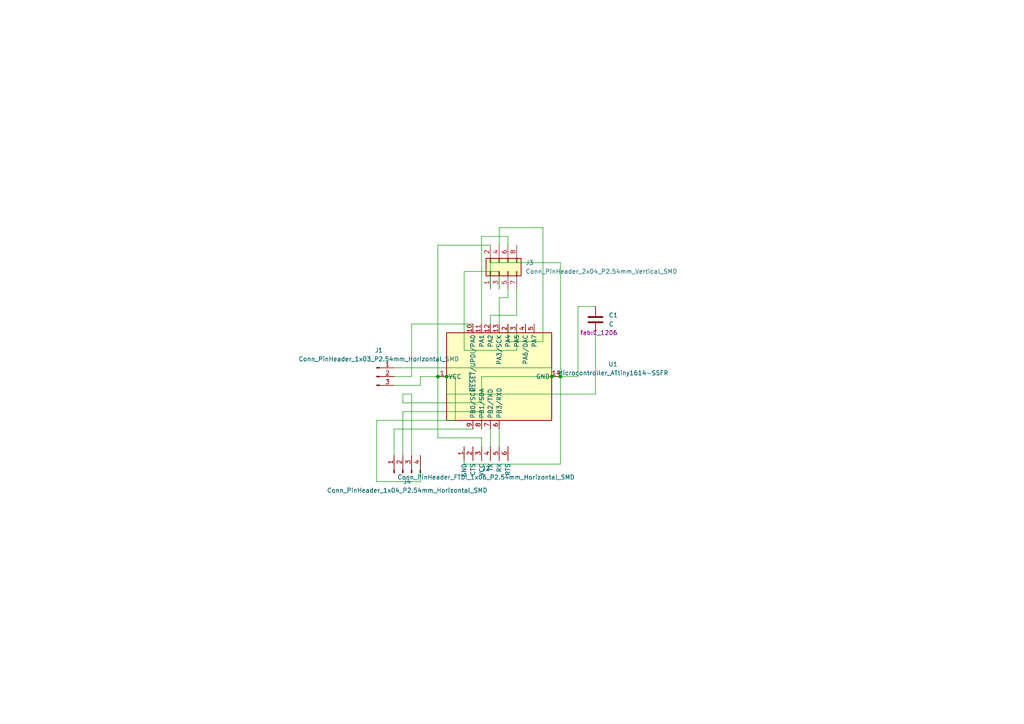
<source format=kicad_sch>
(kicad_sch (version 20211123) (generator eeschema)
  (paper "A4")
  (lib_symbols
    (symbol "Device:C" (pin_numbers hide) (pin_names (offset 0.254))
      (property "Reference" "C" (at 0.635 2.54 0))
      (property "Value" "C" (at 0.635 -2.54 0))
      (symbol "C_0_1"
        (polyline (pts (xy -2.032 -0.762) (xy 2.032 -0.762)) (stroke (width 0.508)))
        (polyline (pts (xy -2.032 0.762) (xy 2.032 0.762)) (stroke (width 0.508)))
      )
      (symbol "C_1_1"
        (pin passive line (at 0 3.81 270) (length 2.794) (name "~") (number "1"))
        (pin passive line (at 0 -3.81 90) (length 2.794) (name "~") (number "2"))
      )
    )
    (symbol "fab:Conn_PinHeader_1x03_P2.54mm_Horizontal_SMD" (pin_names (offset 1.016) hide)
      (property "Reference" "J" (at 0 5.08 0))
      (property "Value" "Conn_PinHeader_1x03_P2.54mm_Horizontal_SMD" (at 0 -5.08 0))
      (symbol "Conn_PinHeader_1x03_P2.54mm_Horizontal_SMD_1_1"
        (polyline (pts (xy 1.27 -2.54) (xy 0.8636 -2.54)) (stroke (width 0.1524)))
        (polyline (pts (xy 1.27 0) (xy 0.8636 0)) (stroke (width 0.1524)))
        (polyline (pts (xy 1.27 2.54) (xy 0.8636 2.54)) (stroke (width 0.1524)))
        (rectangle (start 0.8636 -2.413) (end 0 -2.667) (stroke (width 0.1524)) (fill (type outline)))
        (rectangle (start 0.8636 0.127) (end 0 -0.127) (stroke (width 0.1524)) (fill (type outline)))
        (rectangle (start 0.8636 2.667) (end 0 2.413) (stroke (width 0.1524)) (fill (type outline)))
        (pin passive line (at 5.08 2.54 180) (length 3.81) (name "Pin_1") (number "1"))
        (pin passive line (at 5.08 0 180) (length 3.81) (name "Pin_2") (number "2"))
        (pin passive line (at 5.08 -2.54 180) (length 3.81) (name "Pin_3") (number "3"))
      )
    )
    (symbol "fab:Conn_PinHeader_1x04_P2.54mm_Horizontal_SMD" (pin_names (offset 1.016) hide)
      (property "Reference" "J" (at 0 5.08 0))
      (property "Value" "Conn_PinHeader_1x04_P2.54mm_Horizontal_SMD" (at 0 -7.62 0))
      (symbol "Conn_PinHeader_1x04_P2.54mm_Horizontal_SMD_1_1"
        (polyline (pts (xy 1.27 -5.08) (xy 0.8636 -5.08)) (stroke (width 0.1524)))
        (polyline (pts (xy 1.27 -2.54) (xy 0.8636 -2.54)) (stroke (width 0.1524)))
        (polyline (pts (xy 1.27 0) (xy 0.8636 0)) (stroke (width 0.1524)))
        (polyline (pts (xy 1.27 2.54) (xy 0.8636 2.54)) (stroke (width 0.1524)))
        (rectangle (start 0.8636 -4.953) (end 0 -5.207) (stroke (width 0.1524)) (fill (type outline)))
        (rectangle (start 0.8636 -2.413) (end 0 -2.667) (stroke (width 0.1524)) (fill (type outline)))
        (rectangle (start 0.8636 0.127) (end 0 -0.127) (stroke (width 0.1524)) (fill (type outline)))
        (rectangle (start 0.8636 2.667) (end 0 2.413) (stroke (width 0.1524)) (fill (type outline)))
        (pin passive line (at 5.08 2.54 180) (length 3.81) (name "Pin_1") (number "1"))
        (pin passive line (at 5.08 0 180) (length 3.81) (name "Pin_2") (number "2"))
        (pin passive line (at 5.08 -2.54 180) (length 3.81) (name "Pin_3") (number "3"))
        (pin passive line (at 5.08 -5.08 180) (length 3.81) (name "Pin_4") (number "4"))
      )
    )
    (symbol "fab:Conn_PinHeader_2x04_P2.54mm_Vertical_SMD" (pin_names (offset 1.016) hide)
      (property "Reference" "J" (at 1.27 5.08 0))
      (property "Value" "Conn_PinHeader_2x04_P2.54mm_Vertical_SMD" (at 1.27 -7.62 0))
      (symbol "Conn_PinHeader_2x04_P2.54mm_Vertical_SMD_1_1"
        (rectangle (start -1.27 -4.953) (end 0 -5.207) (stroke (width 0.1524)))
        (rectangle (start -1.27 -2.413) (end 0 -2.667) (stroke (width 0.1524)))
        (rectangle (start -1.27 0.127) (end 0 -0.127) (stroke (width 0.1524)))
        (rectangle (start -1.27 2.667) (end 0 2.413) (stroke (width 0.1524)))
        (rectangle (start -1.27 3.81) (end 3.81 -6.35) (stroke (width 0.254)) (fill (type background)))
        (rectangle (start 3.81 -4.953) (end 2.54 -5.207) (stroke (width 0.1524)))
        (rectangle (start 3.81 -2.413) (end 2.54 -2.667) (stroke (width 0.1524)))
        (rectangle (start 3.81 0.127) (end 2.54 -0.127) (stroke (width 0.1524)))
        (rectangle (start 3.81 2.667) (end 2.54 2.413) (stroke (width 0.1524)))
        (pin passive line (at -5.08 2.54 0) (length 3.81) (name "Pin_1") (number "1"))
        (pin passive line (at 7.62 2.54 180) (length 3.81) (name "Pin_2") (number "2"))
        (pin passive line (at -5.08 0 0) (length 3.81) (name "Pin_3") (number "3"))
        (pin passive line (at 7.62 0 180) (length 3.81) (name "Pin_4") (number "4"))
        (pin passive line (at -5.08 -2.54 0) (length 3.81) (name "Pin_5") (number "5"))
        (pin passive line (at 7.62 -2.54 180) (length 3.81) (name "Pin_6") (number "6"))
        (pin passive line (at -5.08 -5.08 0) (length 3.81) (name "Pin_7") (number "7"))
        (pin passive line (at 7.62 -5.08 180) (length 3.81) (name "Pin_8") (number "8"))
      )
    )
    (symbol "fab:Conn_PinHeader_FTDI_1x06_P2.54mm_Horizontal_SMD" (pin_names (offset 1.016))
      (property "Reference" "J" (at 0 7.62 0))
      (property "Value" "Conn_PinHeader_FTDI_1x06_P2.54mm_Horizontal_SMD" (at 0 -10.16 0))
      (symbol "Conn_PinHeader_FTDI_1x06_P2.54mm_Horizontal_SMD_1_1"
        (polyline (pts (xy 1.27 -7.62) (xy 0.8636 -7.62)) (stroke (width 0.1524)))
        (polyline (pts (xy 1.27 -5.08) (xy 0.8636 -5.08)) (stroke (width 0.1524)))
        (polyline (pts (xy 1.27 -2.54) (xy 0.8636 -2.54)) (stroke (width 0.1524)))
        (polyline (pts (xy 1.27 0) (xy 0.8636 0)) (stroke (width 0.1524)))
        (polyline (pts (xy 1.27 2.54) (xy 0.8636 2.54)) (stroke (width 0.1524)))
        (polyline (pts (xy 1.27 5.08) (xy 0.8636 5.08)) (stroke (width 0.1524)))
        (pin passive line (at 5.08 5.08 180) (length 3.81) (name "GND") (number "1"))
        (pin passive line (at 5.08 2.54 180) (length 3.81) (name "CTS") (number "2"))
        (pin passive line (at 5.08 0 180) (length 3.81) (name "VCC") (number "3"))
        (pin passive line (at 5.08 -2.54 180) (length 3.81) (name "TX") (number "4"))
        (pin passive line (at 5.08 -5.08 180) (length 3.81) (name "RX") (number "5"))
        (pin passive line (at 5.08 -7.62 180) (length 3.81) (name "RTS") (number "6"))
      )
    )
    (symbol "fab:Microcontroller_ATtiny1614-SSFR"
      (property "Reference" "U" (at -12.7 17.78 0))
      (property "Value" "Microcontroller_ATtiny1614-SSFR" (at 7.62 17.78 0))
      (symbol "Microcontroller_ATtiny1614-SSFR_0_1"
        (rectangle (start -12.7 -15.24) (end 12.7 15.24) (stroke (width 0.254)) (fill (type background)))
      )
      (symbol "Microcontroller_ATtiny1614-SSFR_1_1"
        (pin power_in line (at 0 17.78 270) (length 2.54) (name "VCC") (number "1"))
        (pin bidirectional line (at 15.24 7.62 180) (length 2.54) (name "~{RESET}/UPDI/PA0") (number "10"))
        (pin bidirectional line (at 15.24 5.08 180) (length 2.54) (name "PA1") (number "11"))
        (pin bidirectional line (at 15.24 2.54 180) (length 2.54) (name "PA2") (number "12"))
        (pin bidirectional line (at 15.24 0 180) (length 2.54) (name "PA3/SCK") (number "13"))
        (pin power_in line (at 0 -17.78 90) (length 2.54) (name "GND") (number "14"))
        (pin bidirectional line (at 15.24 -2.54 180) (length 2.54) (name "PA4") (number "2"))
        (pin bidirectional line (at 15.24 -5.08 180) (length 2.54) (name "PA5") (number "3"))
        (pin bidirectional line (at 15.24 -7.62 180) (length 2.54) (name "PA6/DAC") (number "4"))
        (pin bidirectional line (at 15.24 -10.16 180) (length 2.54) (name "PA7") (number "5"))
        (pin bidirectional line (at -15.24 0 0) (length 2.54) (name "PB3/RXD") (number "6"))
        (pin bidirectional line (at -15.24 2.54 0) (length 2.54) (name "PB2/TXD") (number "7"))
        (pin bidirectional line (at -15.24 5.08 0) (length 2.54) (name "PB1/SDA") (number "8"))
        (pin bidirectional line (at -15.24 7.62 0) (length 2.54) (name "PB0/SCL") (number "9"))
      )
    )
  )
  (junction (at 160.02 109.22))
  (junction (at 129.54 109.22))
  (junction (at 127 109.22))
  (junction (at 162.56 109.22))
  (wire (pts (xy 114.3 124.46) (xy 137.16 124.46)))
  (wire (pts (xy 119.38 114.3) (xy 119.38 132.08)))
  (wire (pts (xy 160.02 109.22) (xy 160.02 106.68)))
  (wire (pts (xy 149.86 101.6) (xy 134.62 101.6)))
  (wire (pts (xy 167.64 109.22) (xy 167.64 88.9)))
  (wire (pts (xy 139.7 109.22) (xy 139.7 116.84)))
  (wire (pts (xy 109.22 139.7) (xy 121.92 139.7)))
  (wire (pts (xy 162.56 109.22) (xy 160.02 109.22)))
  (wire (pts (xy 129.54 109.22) (xy 132.08 109.22)))
  (wire (pts (xy 134.62 134.62) (xy 134.62 129.54)))
  (wire (pts (xy 127 71.12) (xy 142.24 71.12)))
  (wire (pts (xy 127 109.22) (xy 121.92 109.22)))
  (wire (pts (xy 121.92 111.76) (xy 114.3 111.76)))
  (wire (pts (xy 147.32 68.58) (xy 147.32 71.12)))
  (wire (pts (xy 142.24 76.2) (xy 142.24 83.82)))
  (wire (pts (xy 162.56 109.22) (xy 167.64 109.22)))
  (wire (pts (xy 116.84 116.84) (xy 116.84 114.3)))
  (wire (pts (xy 160.02 109.22) (xy 139.7 109.22)))
  (wire (pts (xy 142.24 124.46) (xy 142.24 129.54)))
  (wire (pts (xy 134.62 101.6) (xy 134.62 78.74)))
  (wire (pts (xy 162.56 76.2) (xy 162.56 109.22)))
  (wire (pts (xy 127 109.22) (xy 127 71.12)))
  (wire (pts (xy 162.56 76.2) (xy 142.24 76.2)))
  (wire (pts (xy 114.3 106.68) (xy 160.02 106.68)))
  (wire (pts (xy 137.16 93.98) (xy 119.38 93.98)))
  (wire (pts (xy 144.78 78.74) (xy 144.78 83.82)))
  (wire (pts (xy 119.38 93.98) (xy 119.38 109.22)))
  (wire (pts (xy 142.24 91.44) (xy 149.86 91.44)))
  (wire (pts (xy 116.84 119.38) (xy 139.7 119.38)))
  (wire (pts (xy 144.78 124.46) (xy 144.78 129.54)))
  (wire (pts (xy 116.84 114.3) (xy 119.38 114.3)))
  (wire (pts (xy 132.08 109.22) (xy 132.08 121.92)))
  (wire (pts (xy 149.86 83.82) (xy 149.86 91.44)))
  (wire (pts (xy 162.56 134.62) (xy 134.62 134.62)))
  (wire (pts (xy 172.72 96.52) (xy 172.72 114.3)))
  (wire (pts (xy 129.54 109.22) (xy 129.54 114.3)))
  (wire (pts (xy 139.7 124.46) (xy 139.7 119.38)))
  (wire (pts (xy 127 127) (xy 139.7 127)))
  (wire (pts (xy 119.38 109.22) (xy 114.3 109.22)))
  (wire (pts (xy 109.22 121.92) (xy 109.22 139.7)))
  (wire (pts (xy 139.7 93.98) (xy 139.7 68.58)))
  (wire (pts (xy 144.78 86.36) (xy 144.78 93.98)))
  (wire (pts (xy 114.3 124.46) (xy 114.3 132.08)))
  (wire (pts (xy 147.32 93.98) (xy 147.32 99.06)))
  (wire (pts (xy 127 109.22) (xy 129.54 109.22)))
  (wire (pts (xy 139.7 68.58) (xy 147.32 68.58)))
  (wire (pts (xy 127 109.22) (xy 127 127)))
  (wire (pts (xy 142.24 93.98) (xy 142.24 91.44)))
  (wire (pts (xy 147.32 99.06) (xy 157.48 99.06)))
  (wire (pts (xy 139.7 127) (xy 139.7 129.54)))
  (wire (pts (xy 134.62 78.74) (xy 144.78 78.74)))
  (wire (pts (xy 144.78 86.36) (xy 147.32 86.36)))
  (wire (pts (xy 144.78 66.04) (xy 144.78 71.12)))
  (wire (pts (xy 109.22 121.92) (xy 132.08 121.92)))
  (wire (pts (xy 147.32 83.82) (xy 147.32 86.36)))
  (wire (pts (xy 129.54 114.3) (xy 172.72 114.3)))
  (wire (pts (xy 139.7 116.84) (xy 116.84 116.84)))
  (wire (pts (xy 116.84 119.38) (xy 116.84 132.08)))
  (wire (pts (xy 157.48 66.04) (xy 144.78 66.04)))
  (wire (pts (xy 121.92 109.22) (xy 121.92 111.76)))
  (wire (pts (xy 167.64 88.9) (xy 172.72 88.9)))
  (wire (pts (xy 121.92 139.7) (xy 121.92 132.08)))
  (wire (pts (xy 149.86 93.98) (xy 149.86 101.6)))
  (wire (pts (xy 157.48 99.06) (xy 157.48 66.04)))
  (wire (pts (xy 162.56 109.22) (xy 162.56 134.62)))
  (symbol (lib_id "Device:C") (at 172.72 92.71 0) (unit 1)
    (property "Reference" "C1" (at 176.53 91.4399 0) (effects (justify left)))
    (property "Value" "C" (at 176.53 93.9799 0) (effects (justify left)))
    (property "Footprint" "fab:C_1206" (at 173.6852 96.52 0))
  )
  (symbol (lib_id "fab:Conn_PinHeader_1x03_P2.54mm_Horizontal_SMD") (at 109.22 109.22 0) (unit 1)
    (property "Reference" "J1" (at 109.855 101.6 0))
    (property "Value" "Conn_PinHeader_1x03_P2.54mm_Horizontal_SMD" (at 109.855 104.14 0))
    (property "Footprint" "fab:PinHeader_1x03_P2.54mm_Horizontal_SMD" (effects hide))
  )
  (symbol (lib_id "fab:Conn_PinHeader_FTDI_1x06_P2.54mm_Horizontal_SMD") (at 139.7 134.62 90) (unit 1)
    (property "Reference" "J2" (at 140.97 135.89 90))
    (property "Value" "Conn_PinHeader_FTDI_1x06_P2.54mm_Horizontal_SMD" (at 140.97 138.43 90))
    (property "Footprint" "fab:PinHeader_FTDI_01x06_P2.54mm_Horizontal_SMD" (effects hide))
  )
  (symbol (lib_id "fab:Conn_PinHeader_1x04_P2.54mm_Horizontal_SMD") (at 116.84 137.16 90) (unit 1)
    (property "Reference" "J4" (at 118.11 139.7 90))
    (property "Value" "Conn_PinHeader_1x04_P2.54mm_Horizontal_SMD" (at 118.11 142.24 90))
    (property "Footprint" "fab:PinHeader_1x04_P2.54mm_Horizontal_SMD" (effects hide))
  )
  (symbol (lib_id "fab:Microcontroller_ATtiny1614-SSFR") (at 144.78 109.22 90) (unit 1)
    (property "Reference" "U1" (at 177.8 105.6386 90))
    (property "Value" "Microcontroller_ATtiny1614-SSFR" (at 177.8 108.1786 90))
    (property "Footprint" "fab:SOIC-14_3.9x8.7mm_P1.27mm" (effects hide))
    (property "Datasheet" "http://ww1.microchip.com/downloads/en/DeviceDoc/ATtiny1614-16-17-DataSheet-DS40002204A.pdf" (effects hide))
  )
  (symbol (lib_id "fab:Conn_PinHeader_2x04_P2.54mm_Vertical_SMD") (at 144.78 78.74 90) (unit 1)
    (property "Reference" "J3" (at 152.4 76.1999 90) (effects (justify right)))
    (property "Value" "Conn_PinHeader_2x04_P2.54mm_Vertical_SMD" (at 152.4 78.7399 90) (effects (justify right)))
    (property "Footprint" "fab:PinHeader_2x04_P2.54mm_Vertical_SMD" (effects hide))
    (property "Datasheet" "https://cdn.amphenol-icc.com/media/wysiwyg/files/drawing/95278.pdf" (effects hide))
  )
)
</source>
